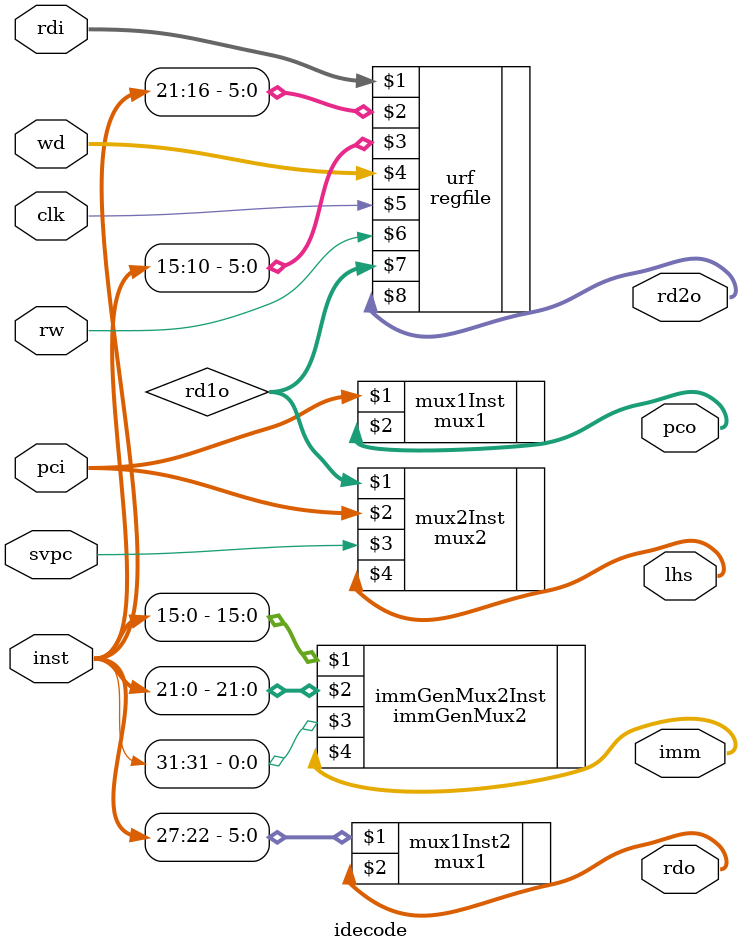
<source format=v>
`timescale 1ns / 1ps
`include "regfile.v"
`include "mux2.v"
`include "mux1.v"

module idecode(input clk, input svpc, input [31:0]  pci, input [31:0] inst, input rw, input [31:0] wd, input [5:0] rdi, output [31:0] pco, output [31:0] lhs, output [31:0] rd2o, output [31:0] imm, output [5:0] rdo);
wire [31:0] rd1o;
regfile urf(rdi,inst[21:16],inst[15:10], wd, clk, rw, rd1o, rd2o);
mux2 mux2Inst(rd1o, pci, svpc, lhs);
immGenMux2 immGenMux2Inst(inst[15:0], inst[21:0], inst[31], imm);
mux1 mux1Inst(pci, pco);
mux1 mux1Inst2(inst[27:22], rdo);
//always @(posedge clk) begin
//pco=pci;
//rdo=inst[27:22];
//if(svpc) begin lhs=pci; end else begin lhs=rd1o; end
//if(inst[0]) begin imm=inst[21:0]; end else begin imm=inst[15:0]; end
//end
endmodule
</source>
